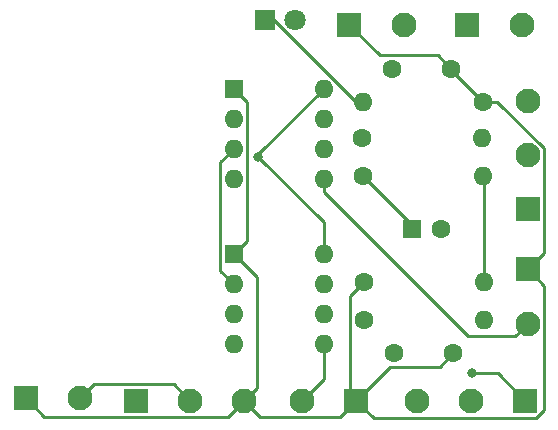
<source format=gbl>
G04 #@! TF.GenerationSoftware,KiCad,Pcbnew,(6.0.2-0)*
G04 #@! TF.CreationDate,2024-07-24T17:45:51-04:00*
G04 #@! TF.ProjectId,Stepped_Tone_Generator,53746570-7065-4645-9f54-6f6e655f4765,rev?*
G04 #@! TF.SameCoordinates,Original*
G04 #@! TF.FileFunction,Copper,L2,Bot*
G04 #@! TF.FilePolarity,Positive*
%FSLAX46Y46*%
G04 Gerber Fmt 4.6, Leading zero omitted, Abs format (unit mm)*
G04 Created by KiCad (PCBNEW (6.0.2-0)) date 2024-07-24 17:45:51*
%MOMM*%
%LPD*%
G01*
G04 APERTURE LIST*
G04 Aperture macros list*
%AMRoundRect*
0 Rectangle with rounded corners*
0 $1 Rounding radius*
0 $2 $3 $4 $5 $6 $7 $8 $9 X,Y pos of 4 corners*
0 Add a 4 corners polygon primitive as box body*
4,1,4,$2,$3,$4,$5,$6,$7,$8,$9,$2,$3,0*
0 Add four circle primitives for the rounded corners*
1,1,$1+$1,$2,$3*
1,1,$1+$1,$4,$5*
1,1,$1+$1,$6,$7*
1,1,$1+$1,$8,$9*
0 Add four rect primitives between the rounded corners*
20,1,$1+$1,$2,$3,$4,$5,0*
20,1,$1+$1,$4,$5,$6,$7,0*
20,1,$1+$1,$6,$7,$8,$9,0*
20,1,$1+$1,$8,$9,$2,$3,0*%
G04 Aperture macros list end*
G04 #@! TA.AperFunction,ComponentPad*
%ADD10C,1.600000*%
G04 #@! TD*
G04 #@! TA.AperFunction,ComponentPad*
%ADD11O,1.600000X1.600000*%
G04 #@! TD*
G04 #@! TA.AperFunction,ComponentPad*
%ADD12RoundRect,0.250001X-0.799999X-0.799999X0.799999X-0.799999X0.799999X0.799999X-0.799999X0.799999X0*%
G04 #@! TD*
G04 #@! TA.AperFunction,ComponentPad*
%ADD13C,2.100000*%
G04 #@! TD*
G04 #@! TA.AperFunction,ComponentPad*
%ADD14R,1.600000X1.600000*%
G04 #@! TD*
G04 #@! TA.AperFunction,ComponentPad*
%ADD15RoundRect,0.250001X0.799999X0.799999X-0.799999X0.799999X-0.799999X-0.799999X0.799999X-0.799999X0*%
G04 #@! TD*
G04 #@! TA.AperFunction,ComponentPad*
%ADD16RoundRect,0.250001X-0.799999X0.799999X-0.799999X-0.799999X0.799999X-0.799999X0.799999X0.799999X0*%
G04 #@! TD*
G04 #@! TA.AperFunction,ComponentPad*
%ADD17RoundRect,0.250001X0.799999X-0.799999X0.799999X0.799999X-0.799999X0.799999X-0.799999X-0.799999X0*%
G04 #@! TD*
G04 #@! TA.AperFunction,ComponentPad*
%ADD18R,1.800000X1.800000*%
G04 #@! TD*
G04 #@! TA.AperFunction,ComponentPad*
%ADD19C,1.800000*%
G04 #@! TD*
G04 #@! TA.AperFunction,ViaPad*
%ADD20C,0.800000*%
G04 #@! TD*
G04 #@! TA.AperFunction,Conductor*
%ADD21C,0.250000*%
G04 #@! TD*
G04 APERTURE END LIST*
D10*
X155300000Y-81600000D03*
X150300000Y-81600000D03*
X147720000Y-78800000D03*
D11*
X157880000Y-78800000D03*
D10*
X147600000Y-63400000D03*
D11*
X157760000Y-63400000D03*
X157780000Y-66600000D03*
D10*
X147620000Y-66600000D03*
D12*
X128400000Y-85600000D03*
D13*
X133000000Y-85600000D03*
X137600000Y-85600000D03*
D12*
X119100000Y-85400000D03*
D13*
X123700000Y-85400000D03*
X161100000Y-53800000D03*
D12*
X156500000Y-53800000D03*
D14*
X136700000Y-73200000D03*
D11*
X136700000Y-75740000D03*
X136700000Y-78280000D03*
X136700000Y-80820000D03*
X144320000Y-80820000D03*
X144320000Y-78280000D03*
X144320000Y-75740000D03*
X144320000Y-73200000D03*
X157880000Y-75600000D03*
D10*
X147720000Y-75600000D03*
D15*
X161400000Y-85600000D03*
D13*
X156800000Y-85600000D03*
X152200000Y-85600000D03*
D10*
X154294888Y-71100000D03*
D14*
X151794888Y-71100000D03*
D13*
X151100000Y-53800000D03*
D12*
X146500000Y-53800000D03*
D10*
X157780000Y-60300000D03*
D11*
X147620000Y-60300000D03*
D10*
X155100000Y-57500000D03*
X150100000Y-57500000D03*
D13*
X161600000Y-79100000D03*
D16*
X161600000Y-74500000D03*
D14*
X136700000Y-59200000D03*
D11*
X136700000Y-61740000D03*
X136700000Y-64280000D03*
X136700000Y-66820000D03*
X144320000Y-66820000D03*
X144320000Y-64280000D03*
X144320000Y-61740000D03*
X144320000Y-59200000D03*
D13*
X161600000Y-60200000D03*
X161600000Y-64800000D03*
D17*
X161600000Y-69400000D03*
D13*
X142500000Y-85600000D03*
D15*
X147100000Y-85600000D03*
D18*
X139325000Y-53400000D03*
D19*
X141865000Y-53400000D03*
D20*
X138800000Y-65000000D03*
X156900000Y-83300000D03*
D21*
X144320000Y-73200000D02*
X144320000Y-70520000D01*
X144320000Y-70520000D02*
X138800000Y-65000000D01*
X138800000Y-65000000D02*
X138800000Y-64720000D01*
X138800000Y-64720000D02*
X144320000Y-59200000D01*
X159100000Y-83300000D02*
X161400000Y-85600000D01*
X156900000Y-83300000D02*
X159100000Y-83300000D01*
X136700000Y-64280000D02*
X135575489Y-65404511D01*
X135575489Y-65404511D02*
X135575489Y-74615489D01*
X135575489Y-74615489D02*
X136700000Y-75740000D01*
X142500000Y-85600000D02*
X144320000Y-83780000D01*
X144320000Y-83780000D02*
X144320000Y-80820000D01*
X133000000Y-85600000D02*
X131625480Y-84225480D01*
X131625480Y-84225480D02*
X124874520Y-84225480D01*
X124874520Y-84225480D02*
X123700000Y-85400000D01*
X157880000Y-75600000D02*
X157880000Y-66700000D01*
X157880000Y-66700000D02*
X157780000Y-66600000D01*
X161600000Y-79100000D02*
X160550000Y-80150000D01*
X160550000Y-80150000D02*
X156518630Y-80150000D01*
X156518630Y-80150000D02*
X144320000Y-67951370D01*
X144320000Y-67951370D02*
X144320000Y-66820000D01*
X155300000Y-81600000D02*
X154175489Y-82724511D01*
X154175489Y-82724511D02*
X149975489Y-82724511D01*
X149975489Y-82724511D02*
X147100000Y-85600000D01*
X147720000Y-75600000D02*
X146595489Y-76724511D01*
X146595489Y-85095489D02*
X147100000Y-85600000D01*
X146595489Y-76724511D02*
X146595489Y-85095489D01*
X147620000Y-66600000D02*
X151794888Y-70774888D01*
X151794888Y-70774888D02*
X151794888Y-71100000D01*
X136700000Y-73200000D02*
X137824511Y-72075489D01*
X137824511Y-60324511D02*
X136700000Y-59200000D01*
X137824511Y-72075489D02*
X137824511Y-60324511D01*
X137600000Y-85600000D02*
X138650000Y-84550000D01*
X138650000Y-75150000D02*
X136700000Y-73200000D01*
X138650000Y-84550000D02*
X138650000Y-75150000D01*
X137600000Y-85600000D02*
X136225480Y-86974520D01*
X136225480Y-86974520D02*
X120674520Y-86974520D01*
X120674520Y-86974520D02*
X119100000Y-85400000D01*
X147100000Y-85600000D02*
X145725489Y-86974511D01*
X145725489Y-86974511D02*
X138974511Y-86974511D01*
X138974511Y-86974511D02*
X137600000Y-85600000D01*
X161600000Y-74500000D02*
X162974511Y-75874511D01*
X162974511Y-75874511D02*
X162974511Y-86437982D01*
X148600000Y-87100000D02*
X147100000Y-85600000D01*
X162974511Y-86437982D02*
X162312493Y-87100000D01*
X162312493Y-87100000D02*
X148600000Y-87100000D01*
X157780000Y-60300000D02*
X159043853Y-60300000D01*
X159043853Y-60300000D02*
X162974511Y-64230658D01*
X162974511Y-64230658D02*
X162974511Y-73125489D01*
X162974511Y-73125489D02*
X161600000Y-74500000D01*
X155100000Y-57500000D02*
X153975489Y-56375489D01*
X153975489Y-56375489D02*
X149075489Y-56375489D01*
X149075489Y-56375489D02*
X146500000Y-53800000D01*
X157780000Y-60300000D02*
X155100000Y-57620000D01*
X155100000Y-57620000D02*
X155100000Y-57500000D01*
X147620000Y-60300000D02*
X147033279Y-60300000D01*
X147033279Y-60300000D02*
X140133279Y-53400000D01*
X140133279Y-53400000D02*
X139325000Y-53400000D01*
M02*

</source>
